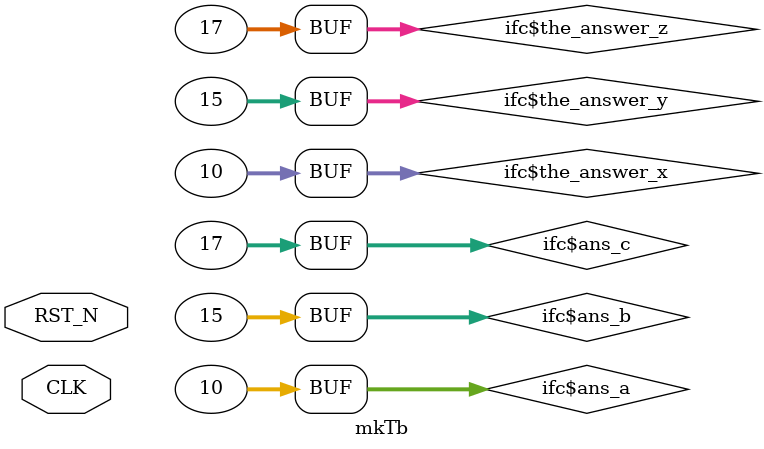
<source format=v>

`ifdef BSV_ASSIGNMENT_DELAY
`else
  `define BSV_ASSIGNMENT_DELAY
`endif

`ifdef BSV_POSITIVE_RESET
  `define BSV_RESET_VALUE 1'b1
  `define BSV_RESET_EDGE posedge
`else
  `define BSV_RESET_VALUE 1'b0
  `define BSV_RESET_EDGE negedge
`endif

module mkTb(CLK,
	    RST_N);
  input  CLK;
  input  RST_N;

  // ports of submodule ifc
  wire [31 : 0] ifc$ans,
		ifc$ans_a,
		ifc$ans_b,
		ifc$ans_c,
		ifc$the_answer,
		ifc$the_answer_x,
		ifc$the_answer_y,
		ifc$the_answer_z;

  // submodule ifc
  mkModuleDeepThought ifc(.CLK(CLK),
			  .RST_N(RST_N),
			  .ans_a(ifc$ans_a),
			  .ans_b(ifc$ans_b),
			  .ans_c(ifc$ans_c),
			  .the_answer_x(ifc$the_answer_x),
			  .the_answer_y(ifc$the_answer_y),
			  .the_answer_z(ifc$the_answer_z),
			  .the_answer(ifc$the_answer),
			  .RDY_the_answer(),
			  .ans(ifc$ans),
			  .RDY_ans());

  // submodule ifc
  assign ifc$ans_a = 32'd10 ;
  assign ifc$ans_b = 32'd15 ;
  assign ifc$ans_c = 32'd17 ;
  assign ifc$the_answer_x = 32'd10 ;
  assign ifc$the_answer_y = 32'd15 ;
  assign ifc$the_answer_z = 32'd17 ;

  // handling of system tasks

  // synopsys translate_off
  always@(negedge CLK)
  begin
    #0;
    $display("Hello World! The answer is: %0d", $signed(ifc$the_answer));
    $display("Hello World! The answer is: %0d", $signed(ifc$ans));
    $finish(32'd0);
  end
  // synopsys translate_on
endmodule  // mkTb


</source>
